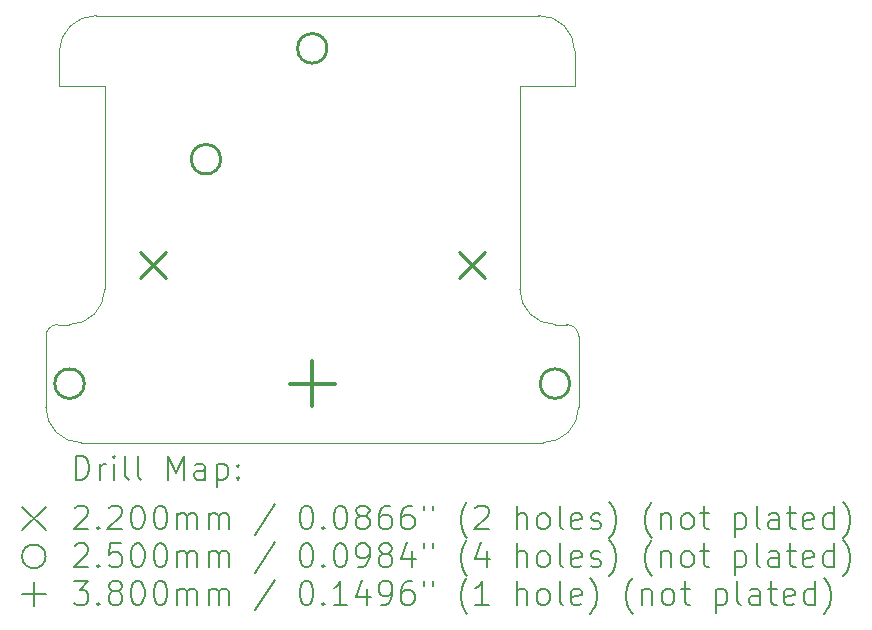
<source format=gbr>
%TF.GenerationSoftware,KiCad,Pcbnew,(6.0.11-0)*%
%TF.CreationDate,2023-11-06T17:50:55+10:00*%
%TF.ProjectId,GAUGE_Analog Instruments-12v,47415547-455f-4416-9e61-6c6f6720496e,rev?*%
%TF.SameCoordinates,Original*%
%TF.FileFunction,Drillmap*%
%TF.FilePolarity,Positive*%
%FSLAX45Y45*%
G04 Gerber Fmt 4.5, Leading zero omitted, Abs format (unit mm)*
G04 Created by KiCad (PCBNEW (6.0.11-0)) date 2023-11-06 17:50:55*
%MOMM*%
%LPD*%
G01*
G04 APERTURE LIST*
%ADD10C,0.050000*%
%ADD11C,0.200000*%
%ADD12C,0.220000*%
%ADD13C,0.250000*%
%ADD14C,0.380000*%
G04 APERTURE END LIST*
D10*
X16038428Y-11186795D02*
X19949125Y-11186795D01*
X19751552Y-8168457D02*
X19751552Y-9886795D01*
X19913274Y-7570545D02*
X16163304Y-7570545D01*
X20214382Y-7870607D02*
G75*
G03*
X19913274Y-7570545I-298622J1448D01*
G01*
X20214379Y-8168457D02*
X20214379Y-7870607D01*
X15738425Y-10886795D02*
G75*
G03*
X16038428Y-11186795I300005J5D01*
G01*
X15936002Y-10186795D02*
X15838428Y-10186795D01*
X19751552Y-8168457D02*
X20214379Y-8168457D01*
X19751555Y-9886795D02*
G75*
G03*
X20051552Y-10186795I299995J-5D01*
G01*
X16163304Y-7570542D02*
G75*
G03*
X15851551Y-7870545I-4J-311978D01*
G01*
X15738428Y-10886795D02*
X15738428Y-10286733D01*
X15851551Y-8168457D02*
X15851551Y-7870545D01*
X16236551Y-8168457D02*
X16236551Y-9886795D01*
X15838428Y-10186798D02*
G75*
G03*
X15738428Y-10286733I2J-100002D01*
G01*
X19949125Y-11186795D02*
G75*
G03*
X20249125Y-10886795I-5J300005D01*
G01*
X20051552Y-10186795D02*
X20149125Y-10186795D01*
X16236551Y-8168457D02*
X15851551Y-8168457D01*
X15936002Y-10186791D02*
G75*
G03*
X16236551Y-9886795I558J299991D01*
G01*
X20249135Y-10286795D02*
G75*
G03*
X20149125Y-10186795I-100005J-5D01*
G01*
X20249125Y-10886795D02*
X20249125Y-10286795D01*
D11*
D12*
X16533780Y-9576800D02*
X16753780Y-9796800D01*
X16753780Y-9576800D02*
X16533780Y-9796800D01*
X19233780Y-9576800D02*
X19453780Y-9796800D01*
X19453780Y-9576800D02*
X19233780Y-9796800D01*
D13*
X16063430Y-10686800D02*
G75*
G03*
X16063430Y-10686800I-125000J0D01*
G01*
X17218780Y-8786800D02*
G75*
G03*
X17218780Y-8786800I-125000J0D01*
G01*
X18118780Y-7848460D02*
G75*
G03*
X18118780Y-7848460I-125000J0D01*
G01*
X20174130Y-10686800D02*
G75*
G03*
X20174130Y-10686800I-125000J0D01*
G01*
D14*
X17993780Y-10496800D02*
X17993780Y-10876800D01*
X17803780Y-10686800D02*
X18183780Y-10686800D01*
D11*
X15993547Y-11499771D02*
X15993547Y-11299771D01*
X16041166Y-11299771D01*
X16069738Y-11309295D01*
X16088785Y-11328343D01*
X16098309Y-11347390D01*
X16107833Y-11385485D01*
X16107833Y-11414057D01*
X16098309Y-11452152D01*
X16088785Y-11471200D01*
X16069738Y-11490247D01*
X16041166Y-11499771D01*
X15993547Y-11499771D01*
X16193547Y-11499771D02*
X16193547Y-11366438D01*
X16193547Y-11404533D02*
X16203071Y-11385485D01*
X16212595Y-11375962D01*
X16231642Y-11366438D01*
X16250690Y-11366438D01*
X16317357Y-11499771D02*
X16317357Y-11366438D01*
X16317357Y-11299771D02*
X16307833Y-11309295D01*
X16317357Y-11318819D01*
X16326880Y-11309295D01*
X16317357Y-11299771D01*
X16317357Y-11318819D01*
X16441166Y-11499771D02*
X16422118Y-11490247D01*
X16412595Y-11471200D01*
X16412595Y-11299771D01*
X16545928Y-11499771D02*
X16526880Y-11490247D01*
X16517357Y-11471200D01*
X16517357Y-11299771D01*
X16774499Y-11499771D02*
X16774499Y-11299771D01*
X16841166Y-11442628D01*
X16907833Y-11299771D01*
X16907833Y-11499771D01*
X17088785Y-11499771D02*
X17088785Y-11395009D01*
X17079261Y-11375962D01*
X17060214Y-11366438D01*
X17022119Y-11366438D01*
X17003071Y-11375962D01*
X17088785Y-11490247D02*
X17069738Y-11499771D01*
X17022119Y-11499771D01*
X17003071Y-11490247D01*
X16993547Y-11471200D01*
X16993547Y-11452152D01*
X17003071Y-11433105D01*
X17022119Y-11423581D01*
X17069738Y-11423581D01*
X17088785Y-11414057D01*
X17184023Y-11366438D02*
X17184023Y-11566438D01*
X17184023Y-11375962D02*
X17203071Y-11366438D01*
X17241166Y-11366438D01*
X17260214Y-11375962D01*
X17269738Y-11385485D01*
X17279261Y-11404533D01*
X17279261Y-11461676D01*
X17269738Y-11480724D01*
X17260214Y-11490247D01*
X17241166Y-11499771D01*
X17203071Y-11499771D01*
X17184023Y-11490247D01*
X17364976Y-11480724D02*
X17374500Y-11490247D01*
X17364976Y-11499771D01*
X17355452Y-11490247D01*
X17364976Y-11480724D01*
X17364976Y-11499771D01*
X17364976Y-11375962D02*
X17374500Y-11385485D01*
X17364976Y-11395009D01*
X17355452Y-11385485D01*
X17364976Y-11375962D01*
X17364976Y-11395009D01*
X15535928Y-11729295D02*
X15735928Y-11929295D01*
X15735928Y-11729295D02*
X15535928Y-11929295D01*
X15984023Y-11738819D02*
X15993547Y-11729295D01*
X16012595Y-11719771D01*
X16060214Y-11719771D01*
X16079261Y-11729295D01*
X16088785Y-11738819D01*
X16098309Y-11757866D01*
X16098309Y-11776914D01*
X16088785Y-11805485D01*
X15974499Y-11919771D01*
X16098309Y-11919771D01*
X16184023Y-11900724D02*
X16193547Y-11910247D01*
X16184023Y-11919771D01*
X16174499Y-11910247D01*
X16184023Y-11900724D01*
X16184023Y-11919771D01*
X16269738Y-11738819D02*
X16279261Y-11729295D01*
X16298309Y-11719771D01*
X16345928Y-11719771D01*
X16364976Y-11729295D01*
X16374499Y-11738819D01*
X16384023Y-11757866D01*
X16384023Y-11776914D01*
X16374499Y-11805485D01*
X16260214Y-11919771D01*
X16384023Y-11919771D01*
X16507833Y-11719771D02*
X16526880Y-11719771D01*
X16545928Y-11729295D01*
X16555452Y-11738819D01*
X16564976Y-11757866D01*
X16574499Y-11795962D01*
X16574499Y-11843581D01*
X16564976Y-11881676D01*
X16555452Y-11900724D01*
X16545928Y-11910247D01*
X16526880Y-11919771D01*
X16507833Y-11919771D01*
X16488785Y-11910247D01*
X16479261Y-11900724D01*
X16469738Y-11881676D01*
X16460214Y-11843581D01*
X16460214Y-11795962D01*
X16469738Y-11757866D01*
X16479261Y-11738819D01*
X16488785Y-11729295D01*
X16507833Y-11719771D01*
X16698309Y-11719771D02*
X16717357Y-11719771D01*
X16736404Y-11729295D01*
X16745928Y-11738819D01*
X16755452Y-11757866D01*
X16764976Y-11795962D01*
X16764976Y-11843581D01*
X16755452Y-11881676D01*
X16745928Y-11900724D01*
X16736404Y-11910247D01*
X16717357Y-11919771D01*
X16698309Y-11919771D01*
X16679261Y-11910247D01*
X16669738Y-11900724D01*
X16660214Y-11881676D01*
X16650690Y-11843581D01*
X16650690Y-11795962D01*
X16660214Y-11757866D01*
X16669738Y-11738819D01*
X16679261Y-11729295D01*
X16698309Y-11719771D01*
X16850690Y-11919771D02*
X16850690Y-11786438D01*
X16850690Y-11805485D02*
X16860214Y-11795962D01*
X16879261Y-11786438D01*
X16907833Y-11786438D01*
X16926880Y-11795962D01*
X16936404Y-11815009D01*
X16936404Y-11919771D01*
X16936404Y-11815009D02*
X16945928Y-11795962D01*
X16964976Y-11786438D01*
X16993547Y-11786438D01*
X17012595Y-11795962D01*
X17022119Y-11815009D01*
X17022119Y-11919771D01*
X17117357Y-11919771D02*
X17117357Y-11786438D01*
X17117357Y-11805485D02*
X17126880Y-11795962D01*
X17145928Y-11786438D01*
X17174500Y-11786438D01*
X17193547Y-11795962D01*
X17203071Y-11815009D01*
X17203071Y-11919771D01*
X17203071Y-11815009D02*
X17212595Y-11795962D01*
X17231642Y-11786438D01*
X17260214Y-11786438D01*
X17279261Y-11795962D01*
X17288785Y-11815009D01*
X17288785Y-11919771D01*
X17679261Y-11710247D02*
X17507833Y-11967390D01*
X17936404Y-11719771D02*
X17955452Y-11719771D01*
X17974500Y-11729295D01*
X17984023Y-11738819D01*
X17993547Y-11757866D01*
X18003071Y-11795962D01*
X18003071Y-11843581D01*
X17993547Y-11881676D01*
X17984023Y-11900724D01*
X17974500Y-11910247D01*
X17955452Y-11919771D01*
X17936404Y-11919771D01*
X17917357Y-11910247D01*
X17907833Y-11900724D01*
X17898309Y-11881676D01*
X17888785Y-11843581D01*
X17888785Y-11795962D01*
X17898309Y-11757866D01*
X17907833Y-11738819D01*
X17917357Y-11729295D01*
X17936404Y-11719771D01*
X18088785Y-11900724D02*
X18098309Y-11910247D01*
X18088785Y-11919771D01*
X18079261Y-11910247D01*
X18088785Y-11900724D01*
X18088785Y-11919771D01*
X18222119Y-11719771D02*
X18241166Y-11719771D01*
X18260214Y-11729295D01*
X18269738Y-11738819D01*
X18279261Y-11757866D01*
X18288785Y-11795962D01*
X18288785Y-11843581D01*
X18279261Y-11881676D01*
X18269738Y-11900724D01*
X18260214Y-11910247D01*
X18241166Y-11919771D01*
X18222119Y-11919771D01*
X18203071Y-11910247D01*
X18193547Y-11900724D01*
X18184023Y-11881676D01*
X18174500Y-11843581D01*
X18174500Y-11795962D01*
X18184023Y-11757866D01*
X18193547Y-11738819D01*
X18203071Y-11729295D01*
X18222119Y-11719771D01*
X18403071Y-11805485D02*
X18384023Y-11795962D01*
X18374500Y-11786438D01*
X18364976Y-11767390D01*
X18364976Y-11757866D01*
X18374500Y-11738819D01*
X18384023Y-11729295D01*
X18403071Y-11719771D01*
X18441166Y-11719771D01*
X18460214Y-11729295D01*
X18469738Y-11738819D01*
X18479261Y-11757866D01*
X18479261Y-11767390D01*
X18469738Y-11786438D01*
X18460214Y-11795962D01*
X18441166Y-11805485D01*
X18403071Y-11805485D01*
X18384023Y-11815009D01*
X18374500Y-11824533D01*
X18364976Y-11843581D01*
X18364976Y-11881676D01*
X18374500Y-11900724D01*
X18384023Y-11910247D01*
X18403071Y-11919771D01*
X18441166Y-11919771D01*
X18460214Y-11910247D01*
X18469738Y-11900724D01*
X18479261Y-11881676D01*
X18479261Y-11843581D01*
X18469738Y-11824533D01*
X18460214Y-11815009D01*
X18441166Y-11805485D01*
X18650690Y-11719771D02*
X18612595Y-11719771D01*
X18593547Y-11729295D01*
X18584023Y-11738819D01*
X18564976Y-11767390D01*
X18555452Y-11805485D01*
X18555452Y-11881676D01*
X18564976Y-11900724D01*
X18574500Y-11910247D01*
X18593547Y-11919771D01*
X18631642Y-11919771D01*
X18650690Y-11910247D01*
X18660214Y-11900724D01*
X18669738Y-11881676D01*
X18669738Y-11834057D01*
X18660214Y-11815009D01*
X18650690Y-11805485D01*
X18631642Y-11795962D01*
X18593547Y-11795962D01*
X18574500Y-11805485D01*
X18564976Y-11815009D01*
X18555452Y-11834057D01*
X18841166Y-11719771D02*
X18803071Y-11719771D01*
X18784023Y-11729295D01*
X18774500Y-11738819D01*
X18755452Y-11767390D01*
X18745928Y-11805485D01*
X18745928Y-11881676D01*
X18755452Y-11900724D01*
X18764976Y-11910247D01*
X18784023Y-11919771D01*
X18822119Y-11919771D01*
X18841166Y-11910247D01*
X18850690Y-11900724D01*
X18860214Y-11881676D01*
X18860214Y-11834057D01*
X18850690Y-11815009D01*
X18841166Y-11805485D01*
X18822119Y-11795962D01*
X18784023Y-11795962D01*
X18764976Y-11805485D01*
X18755452Y-11815009D01*
X18745928Y-11834057D01*
X18936404Y-11719771D02*
X18936404Y-11757866D01*
X19012595Y-11719771D02*
X19012595Y-11757866D01*
X19307833Y-11995962D02*
X19298309Y-11986438D01*
X19279261Y-11957866D01*
X19269738Y-11938819D01*
X19260214Y-11910247D01*
X19250690Y-11862628D01*
X19250690Y-11824533D01*
X19260214Y-11776914D01*
X19269738Y-11748343D01*
X19279261Y-11729295D01*
X19298309Y-11700724D01*
X19307833Y-11691200D01*
X19374500Y-11738819D02*
X19384023Y-11729295D01*
X19403071Y-11719771D01*
X19450690Y-11719771D01*
X19469738Y-11729295D01*
X19479261Y-11738819D01*
X19488785Y-11757866D01*
X19488785Y-11776914D01*
X19479261Y-11805485D01*
X19364976Y-11919771D01*
X19488785Y-11919771D01*
X19726880Y-11919771D02*
X19726880Y-11719771D01*
X19812595Y-11919771D02*
X19812595Y-11815009D01*
X19803071Y-11795962D01*
X19784023Y-11786438D01*
X19755452Y-11786438D01*
X19736404Y-11795962D01*
X19726880Y-11805485D01*
X19936404Y-11919771D02*
X19917357Y-11910247D01*
X19907833Y-11900724D01*
X19898309Y-11881676D01*
X19898309Y-11824533D01*
X19907833Y-11805485D01*
X19917357Y-11795962D01*
X19936404Y-11786438D01*
X19964976Y-11786438D01*
X19984023Y-11795962D01*
X19993547Y-11805485D01*
X20003071Y-11824533D01*
X20003071Y-11881676D01*
X19993547Y-11900724D01*
X19984023Y-11910247D01*
X19964976Y-11919771D01*
X19936404Y-11919771D01*
X20117357Y-11919771D02*
X20098309Y-11910247D01*
X20088785Y-11891200D01*
X20088785Y-11719771D01*
X20269738Y-11910247D02*
X20250690Y-11919771D01*
X20212595Y-11919771D01*
X20193547Y-11910247D01*
X20184023Y-11891200D01*
X20184023Y-11815009D01*
X20193547Y-11795962D01*
X20212595Y-11786438D01*
X20250690Y-11786438D01*
X20269738Y-11795962D01*
X20279261Y-11815009D01*
X20279261Y-11834057D01*
X20184023Y-11853105D01*
X20355452Y-11910247D02*
X20374500Y-11919771D01*
X20412595Y-11919771D01*
X20431642Y-11910247D01*
X20441166Y-11891200D01*
X20441166Y-11881676D01*
X20431642Y-11862628D01*
X20412595Y-11853105D01*
X20384023Y-11853105D01*
X20364976Y-11843581D01*
X20355452Y-11824533D01*
X20355452Y-11815009D01*
X20364976Y-11795962D01*
X20384023Y-11786438D01*
X20412595Y-11786438D01*
X20431642Y-11795962D01*
X20507833Y-11995962D02*
X20517357Y-11986438D01*
X20536404Y-11957866D01*
X20545928Y-11938819D01*
X20555452Y-11910247D01*
X20564976Y-11862628D01*
X20564976Y-11824533D01*
X20555452Y-11776914D01*
X20545928Y-11748343D01*
X20536404Y-11729295D01*
X20517357Y-11700724D01*
X20507833Y-11691200D01*
X20869738Y-11995962D02*
X20860214Y-11986438D01*
X20841166Y-11957866D01*
X20831642Y-11938819D01*
X20822119Y-11910247D01*
X20812595Y-11862628D01*
X20812595Y-11824533D01*
X20822119Y-11776914D01*
X20831642Y-11748343D01*
X20841166Y-11729295D01*
X20860214Y-11700724D01*
X20869738Y-11691200D01*
X20945928Y-11786438D02*
X20945928Y-11919771D01*
X20945928Y-11805485D02*
X20955452Y-11795962D01*
X20974500Y-11786438D01*
X21003071Y-11786438D01*
X21022119Y-11795962D01*
X21031642Y-11815009D01*
X21031642Y-11919771D01*
X21155452Y-11919771D02*
X21136404Y-11910247D01*
X21126880Y-11900724D01*
X21117357Y-11881676D01*
X21117357Y-11824533D01*
X21126880Y-11805485D01*
X21136404Y-11795962D01*
X21155452Y-11786438D01*
X21184023Y-11786438D01*
X21203071Y-11795962D01*
X21212595Y-11805485D01*
X21222119Y-11824533D01*
X21222119Y-11881676D01*
X21212595Y-11900724D01*
X21203071Y-11910247D01*
X21184023Y-11919771D01*
X21155452Y-11919771D01*
X21279261Y-11786438D02*
X21355452Y-11786438D01*
X21307833Y-11719771D02*
X21307833Y-11891200D01*
X21317357Y-11910247D01*
X21336404Y-11919771D01*
X21355452Y-11919771D01*
X21574500Y-11786438D02*
X21574500Y-11986438D01*
X21574500Y-11795962D02*
X21593547Y-11786438D01*
X21631642Y-11786438D01*
X21650690Y-11795962D01*
X21660214Y-11805485D01*
X21669738Y-11824533D01*
X21669738Y-11881676D01*
X21660214Y-11900724D01*
X21650690Y-11910247D01*
X21631642Y-11919771D01*
X21593547Y-11919771D01*
X21574500Y-11910247D01*
X21784023Y-11919771D02*
X21764976Y-11910247D01*
X21755452Y-11891200D01*
X21755452Y-11719771D01*
X21945928Y-11919771D02*
X21945928Y-11815009D01*
X21936404Y-11795962D01*
X21917357Y-11786438D01*
X21879261Y-11786438D01*
X21860214Y-11795962D01*
X21945928Y-11910247D02*
X21926880Y-11919771D01*
X21879261Y-11919771D01*
X21860214Y-11910247D01*
X21850690Y-11891200D01*
X21850690Y-11872152D01*
X21860214Y-11853105D01*
X21879261Y-11843581D01*
X21926880Y-11843581D01*
X21945928Y-11834057D01*
X22012595Y-11786438D02*
X22088785Y-11786438D01*
X22041166Y-11719771D02*
X22041166Y-11891200D01*
X22050690Y-11910247D01*
X22069738Y-11919771D01*
X22088785Y-11919771D01*
X22231642Y-11910247D02*
X22212595Y-11919771D01*
X22174500Y-11919771D01*
X22155452Y-11910247D01*
X22145928Y-11891200D01*
X22145928Y-11815009D01*
X22155452Y-11795962D01*
X22174500Y-11786438D01*
X22212595Y-11786438D01*
X22231642Y-11795962D01*
X22241166Y-11815009D01*
X22241166Y-11834057D01*
X22145928Y-11853105D01*
X22412595Y-11919771D02*
X22412595Y-11719771D01*
X22412595Y-11910247D02*
X22393547Y-11919771D01*
X22355452Y-11919771D01*
X22336404Y-11910247D01*
X22326880Y-11900724D01*
X22317357Y-11881676D01*
X22317357Y-11824533D01*
X22326880Y-11805485D01*
X22336404Y-11795962D01*
X22355452Y-11786438D01*
X22393547Y-11786438D01*
X22412595Y-11795962D01*
X22488785Y-11995962D02*
X22498309Y-11986438D01*
X22517357Y-11957866D01*
X22526880Y-11938819D01*
X22536404Y-11910247D01*
X22545928Y-11862628D01*
X22545928Y-11824533D01*
X22536404Y-11776914D01*
X22526880Y-11748343D01*
X22517357Y-11729295D01*
X22498309Y-11700724D01*
X22488785Y-11691200D01*
X15735928Y-12149295D02*
G75*
G03*
X15735928Y-12149295I-100000J0D01*
G01*
X15984023Y-12058819D02*
X15993547Y-12049295D01*
X16012595Y-12039771D01*
X16060214Y-12039771D01*
X16079261Y-12049295D01*
X16088785Y-12058819D01*
X16098309Y-12077866D01*
X16098309Y-12096914D01*
X16088785Y-12125485D01*
X15974499Y-12239771D01*
X16098309Y-12239771D01*
X16184023Y-12220724D02*
X16193547Y-12230247D01*
X16184023Y-12239771D01*
X16174499Y-12230247D01*
X16184023Y-12220724D01*
X16184023Y-12239771D01*
X16374499Y-12039771D02*
X16279261Y-12039771D01*
X16269738Y-12135009D01*
X16279261Y-12125485D01*
X16298309Y-12115962D01*
X16345928Y-12115962D01*
X16364976Y-12125485D01*
X16374499Y-12135009D01*
X16384023Y-12154057D01*
X16384023Y-12201676D01*
X16374499Y-12220724D01*
X16364976Y-12230247D01*
X16345928Y-12239771D01*
X16298309Y-12239771D01*
X16279261Y-12230247D01*
X16269738Y-12220724D01*
X16507833Y-12039771D02*
X16526880Y-12039771D01*
X16545928Y-12049295D01*
X16555452Y-12058819D01*
X16564976Y-12077866D01*
X16574499Y-12115962D01*
X16574499Y-12163581D01*
X16564976Y-12201676D01*
X16555452Y-12220724D01*
X16545928Y-12230247D01*
X16526880Y-12239771D01*
X16507833Y-12239771D01*
X16488785Y-12230247D01*
X16479261Y-12220724D01*
X16469738Y-12201676D01*
X16460214Y-12163581D01*
X16460214Y-12115962D01*
X16469738Y-12077866D01*
X16479261Y-12058819D01*
X16488785Y-12049295D01*
X16507833Y-12039771D01*
X16698309Y-12039771D02*
X16717357Y-12039771D01*
X16736404Y-12049295D01*
X16745928Y-12058819D01*
X16755452Y-12077866D01*
X16764976Y-12115962D01*
X16764976Y-12163581D01*
X16755452Y-12201676D01*
X16745928Y-12220724D01*
X16736404Y-12230247D01*
X16717357Y-12239771D01*
X16698309Y-12239771D01*
X16679261Y-12230247D01*
X16669738Y-12220724D01*
X16660214Y-12201676D01*
X16650690Y-12163581D01*
X16650690Y-12115962D01*
X16660214Y-12077866D01*
X16669738Y-12058819D01*
X16679261Y-12049295D01*
X16698309Y-12039771D01*
X16850690Y-12239771D02*
X16850690Y-12106438D01*
X16850690Y-12125485D02*
X16860214Y-12115962D01*
X16879261Y-12106438D01*
X16907833Y-12106438D01*
X16926880Y-12115962D01*
X16936404Y-12135009D01*
X16936404Y-12239771D01*
X16936404Y-12135009D02*
X16945928Y-12115962D01*
X16964976Y-12106438D01*
X16993547Y-12106438D01*
X17012595Y-12115962D01*
X17022119Y-12135009D01*
X17022119Y-12239771D01*
X17117357Y-12239771D02*
X17117357Y-12106438D01*
X17117357Y-12125485D02*
X17126880Y-12115962D01*
X17145928Y-12106438D01*
X17174500Y-12106438D01*
X17193547Y-12115962D01*
X17203071Y-12135009D01*
X17203071Y-12239771D01*
X17203071Y-12135009D02*
X17212595Y-12115962D01*
X17231642Y-12106438D01*
X17260214Y-12106438D01*
X17279261Y-12115962D01*
X17288785Y-12135009D01*
X17288785Y-12239771D01*
X17679261Y-12030247D02*
X17507833Y-12287390D01*
X17936404Y-12039771D02*
X17955452Y-12039771D01*
X17974500Y-12049295D01*
X17984023Y-12058819D01*
X17993547Y-12077866D01*
X18003071Y-12115962D01*
X18003071Y-12163581D01*
X17993547Y-12201676D01*
X17984023Y-12220724D01*
X17974500Y-12230247D01*
X17955452Y-12239771D01*
X17936404Y-12239771D01*
X17917357Y-12230247D01*
X17907833Y-12220724D01*
X17898309Y-12201676D01*
X17888785Y-12163581D01*
X17888785Y-12115962D01*
X17898309Y-12077866D01*
X17907833Y-12058819D01*
X17917357Y-12049295D01*
X17936404Y-12039771D01*
X18088785Y-12220724D02*
X18098309Y-12230247D01*
X18088785Y-12239771D01*
X18079261Y-12230247D01*
X18088785Y-12220724D01*
X18088785Y-12239771D01*
X18222119Y-12039771D02*
X18241166Y-12039771D01*
X18260214Y-12049295D01*
X18269738Y-12058819D01*
X18279261Y-12077866D01*
X18288785Y-12115962D01*
X18288785Y-12163581D01*
X18279261Y-12201676D01*
X18269738Y-12220724D01*
X18260214Y-12230247D01*
X18241166Y-12239771D01*
X18222119Y-12239771D01*
X18203071Y-12230247D01*
X18193547Y-12220724D01*
X18184023Y-12201676D01*
X18174500Y-12163581D01*
X18174500Y-12115962D01*
X18184023Y-12077866D01*
X18193547Y-12058819D01*
X18203071Y-12049295D01*
X18222119Y-12039771D01*
X18384023Y-12239771D02*
X18422119Y-12239771D01*
X18441166Y-12230247D01*
X18450690Y-12220724D01*
X18469738Y-12192152D01*
X18479261Y-12154057D01*
X18479261Y-12077866D01*
X18469738Y-12058819D01*
X18460214Y-12049295D01*
X18441166Y-12039771D01*
X18403071Y-12039771D01*
X18384023Y-12049295D01*
X18374500Y-12058819D01*
X18364976Y-12077866D01*
X18364976Y-12125485D01*
X18374500Y-12144533D01*
X18384023Y-12154057D01*
X18403071Y-12163581D01*
X18441166Y-12163581D01*
X18460214Y-12154057D01*
X18469738Y-12144533D01*
X18479261Y-12125485D01*
X18593547Y-12125485D02*
X18574500Y-12115962D01*
X18564976Y-12106438D01*
X18555452Y-12087390D01*
X18555452Y-12077866D01*
X18564976Y-12058819D01*
X18574500Y-12049295D01*
X18593547Y-12039771D01*
X18631642Y-12039771D01*
X18650690Y-12049295D01*
X18660214Y-12058819D01*
X18669738Y-12077866D01*
X18669738Y-12087390D01*
X18660214Y-12106438D01*
X18650690Y-12115962D01*
X18631642Y-12125485D01*
X18593547Y-12125485D01*
X18574500Y-12135009D01*
X18564976Y-12144533D01*
X18555452Y-12163581D01*
X18555452Y-12201676D01*
X18564976Y-12220724D01*
X18574500Y-12230247D01*
X18593547Y-12239771D01*
X18631642Y-12239771D01*
X18650690Y-12230247D01*
X18660214Y-12220724D01*
X18669738Y-12201676D01*
X18669738Y-12163581D01*
X18660214Y-12144533D01*
X18650690Y-12135009D01*
X18631642Y-12125485D01*
X18841166Y-12106438D02*
X18841166Y-12239771D01*
X18793547Y-12030247D02*
X18745928Y-12173105D01*
X18869738Y-12173105D01*
X18936404Y-12039771D02*
X18936404Y-12077866D01*
X19012595Y-12039771D02*
X19012595Y-12077866D01*
X19307833Y-12315962D02*
X19298309Y-12306438D01*
X19279261Y-12277866D01*
X19269738Y-12258819D01*
X19260214Y-12230247D01*
X19250690Y-12182628D01*
X19250690Y-12144533D01*
X19260214Y-12096914D01*
X19269738Y-12068343D01*
X19279261Y-12049295D01*
X19298309Y-12020724D01*
X19307833Y-12011200D01*
X19469738Y-12106438D02*
X19469738Y-12239771D01*
X19422119Y-12030247D02*
X19374500Y-12173105D01*
X19498309Y-12173105D01*
X19726880Y-12239771D02*
X19726880Y-12039771D01*
X19812595Y-12239771D02*
X19812595Y-12135009D01*
X19803071Y-12115962D01*
X19784023Y-12106438D01*
X19755452Y-12106438D01*
X19736404Y-12115962D01*
X19726880Y-12125485D01*
X19936404Y-12239771D02*
X19917357Y-12230247D01*
X19907833Y-12220724D01*
X19898309Y-12201676D01*
X19898309Y-12144533D01*
X19907833Y-12125485D01*
X19917357Y-12115962D01*
X19936404Y-12106438D01*
X19964976Y-12106438D01*
X19984023Y-12115962D01*
X19993547Y-12125485D01*
X20003071Y-12144533D01*
X20003071Y-12201676D01*
X19993547Y-12220724D01*
X19984023Y-12230247D01*
X19964976Y-12239771D01*
X19936404Y-12239771D01*
X20117357Y-12239771D02*
X20098309Y-12230247D01*
X20088785Y-12211200D01*
X20088785Y-12039771D01*
X20269738Y-12230247D02*
X20250690Y-12239771D01*
X20212595Y-12239771D01*
X20193547Y-12230247D01*
X20184023Y-12211200D01*
X20184023Y-12135009D01*
X20193547Y-12115962D01*
X20212595Y-12106438D01*
X20250690Y-12106438D01*
X20269738Y-12115962D01*
X20279261Y-12135009D01*
X20279261Y-12154057D01*
X20184023Y-12173105D01*
X20355452Y-12230247D02*
X20374500Y-12239771D01*
X20412595Y-12239771D01*
X20431642Y-12230247D01*
X20441166Y-12211200D01*
X20441166Y-12201676D01*
X20431642Y-12182628D01*
X20412595Y-12173105D01*
X20384023Y-12173105D01*
X20364976Y-12163581D01*
X20355452Y-12144533D01*
X20355452Y-12135009D01*
X20364976Y-12115962D01*
X20384023Y-12106438D01*
X20412595Y-12106438D01*
X20431642Y-12115962D01*
X20507833Y-12315962D02*
X20517357Y-12306438D01*
X20536404Y-12277866D01*
X20545928Y-12258819D01*
X20555452Y-12230247D01*
X20564976Y-12182628D01*
X20564976Y-12144533D01*
X20555452Y-12096914D01*
X20545928Y-12068343D01*
X20536404Y-12049295D01*
X20517357Y-12020724D01*
X20507833Y-12011200D01*
X20869738Y-12315962D02*
X20860214Y-12306438D01*
X20841166Y-12277866D01*
X20831642Y-12258819D01*
X20822119Y-12230247D01*
X20812595Y-12182628D01*
X20812595Y-12144533D01*
X20822119Y-12096914D01*
X20831642Y-12068343D01*
X20841166Y-12049295D01*
X20860214Y-12020724D01*
X20869738Y-12011200D01*
X20945928Y-12106438D02*
X20945928Y-12239771D01*
X20945928Y-12125485D02*
X20955452Y-12115962D01*
X20974500Y-12106438D01*
X21003071Y-12106438D01*
X21022119Y-12115962D01*
X21031642Y-12135009D01*
X21031642Y-12239771D01*
X21155452Y-12239771D02*
X21136404Y-12230247D01*
X21126880Y-12220724D01*
X21117357Y-12201676D01*
X21117357Y-12144533D01*
X21126880Y-12125485D01*
X21136404Y-12115962D01*
X21155452Y-12106438D01*
X21184023Y-12106438D01*
X21203071Y-12115962D01*
X21212595Y-12125485D01*
X21222119Y-12144533D01*
X21222119Y-12201676D01*
X21212595Y-12220724D01*
X21203071Y-12230247D01*
X21184023Y-12239771D01*
X21155452Y-12239771D01*
X21279261Y-12106438D02*
X21355452Y-12106438D01*
X21307833Y-12039771D02*
X21307833Y-12211200D01*
X21317357Y-12230247D01*
X21336404Y-12239771D01*
X21355452Y-12239771D01*
X21574500Y-12106438D02*
X21574500Y-12306438D01*
X21574500Y-12115962D02*
X21593547Y-12106438D01*
X21631642Y-12106438D01*
X21650690Y-12115962D01*
X21660214Y-12125485D01*
X21669738Y-12144533D01*
X21669738Y-12201676D01*
X21660214Y-12220724D01*
X21650690Y-12230247D01*
X21631642Y-12239771D01*
X21593547Y-12239771D01*
X21574500Y-12230247D01*
X21784023Y-12239771D02*
X21764976Y-12230247D01*
X21755452Y-12211200D01*
X21755452Y-12039771D01*
X21945928Y-12239771D02*
X21945928Y-12135009D01*
X21936404Y-12115962D01*
X21917357Y-12106438D01*
X21879261Y-12106438D01*
X21860214Y-12115962D01*
X21945928Y-12230247D02*
X21926880Y-12239771D01*
X21879261Y-12239771D01*
X21860214Y-12230247D01*
X21850690Y-12211200D01*
X21850690Y-12192152D01*
X21860214Y-12173105D01*
X21879261Y-12163581D01*
X21926880Y-12163581D01*
X21945928Y-12154057D01*
X22012595Y-12106438D02*
X22088785Y-12106438D01*
X22041166Y-12039771D02*
X22041166Y-12211200D01*
X22050690Y-12230247D01*
X22069738Y-12239771D01*
X22088785Y-12239771D01*
X22231642Y-12230247D02*
X22212595Y-12239771D01*
X22174500Y-12239771D01*
X22155452Y-12230247D01*
X22145928Y-12211200D01*
X22145928Y-12135009D01*
X22155452Y-12115962D01*
X22174500Y-12106438D01*
X22212595Y-12106438D01*
X22231642Y-12115962D01*
X22241166Y-12135009D01*
X22241166Y-12154057D01*
X22145928Y-12173105D01*
X22412595Y-12239771D02*
X22412595Y-12039771D01*
X22412595Y-12230247D02*
X22393547Y-12239771D01*
X22355452Y-12239771D01*
X22336404Y-12230247D01*
X22326880Y-12220724D01*
X22317357Y-12201676D01*
X22317357Y-12144533D01*
X22326880Y-12125485D01*
X22336404Y-12115962D01*
X22355452Y-12106438D01*
X22393547Y-12106438D01*
X22412595Y-12115962D01*
X22488785Y-12315962D02*
X22498309Y-12306438D01*
X22517357Y-12277866D01*
X22526880Y-12258819D01*
X22536404Y-12230247D01*
X22545928Y-12182628D01*
X22545928Y-12144533D01*
X22536404Y-12096914D01*
X22526880Y-12068343D01*
X22517357Y-12049295D01*
X22498309Y-12020724D01*
X22488785Y-12011200D01*
X15635928Y-12369295D02*
X15635928Y-12569295D01*
X15535928Y-12469295D02*
X15735928Y-12469295D01*
X15974499Y-12359771D02*
X16098309Y-12359771D01*
X16031642Y-12435962D01*
X16060214Y-12435962D01*
X16079261Y-12445485D01*
X16088785Y-12455009D01*
X16098309Y-12474057D01*
X16098309Y-12521676D01*
X16088785Y-12540724D01*
X16079261Y-12550247D01*
X16060214Y-12559771D01*
X16003071Y-12559771D01*
X15984023Y-12550247D01*
X15974499Y-12540724D01*
X16184023Y-12540724D02*
X16193547Y-12550247D01*
X16184023Y-12559771D01*
X16174499Y-12550247D01*
X16184023Y-12540724D01*
X16184023Y-12559771D01*
X16307833Y-12445485D02*
X16288785Y-12435962D01*
X16279261Y-12426438D01*
X16269738Y-12407390D01*
X16269738Y-12397866D01*
X16279261Y-12378819D01*
X16288785Y-12369295D01*
X16307833Y-12359771D01*
X16345928Y-12359771D01*
X16364976Y-12369295D01*
X16374499Y-12378819D01*
X16384023Y-12397866D01*
X16384023Y-12407390D01*
X16374499Y-12426438D01*
X16364976Y-12435962D01*
X16345928Y-12445485D01*
X16307833Y-12445485D01*
X16288785Y-12455009D01*
X16279261Y-12464533D01*
X16269738Y-12483581D01*
X16269738Y-12521676D01*
X16279261Y-12540724D01*
X16288785Y-12550247D01*
X16307833Y-12559771D01*
X16345928Y-12559771D01*
X16364976Y-12550247D01*
X16374499Y-12540724D01*
X16384023Y-12521676D01*
X16384023Y-12483581D01*
X16374499Y-12464533D01*
X16364976Y-12455009D01*
X16345928Y-12445485D01*
X16507833Y-12359771D02*
X16526880Y-12359771D01*
X16545928Y-12369295D01*
X16555452Y-12378819D01*
X16564976Y-12397866D01*
X16574499Y-12435962D01*
X16574499Y-12483581D01*
X16564976Y-12521676D01*
X16555452Y-12540724D01*
X16545928Y-12550247D01*
X16526880Y-12559771D01*
X16507833Y-12559771D01*
X16488785Y-12550247D01*
X16479261Y-12540724D01*
X16469738Y-12521676D01*
X16460214Y-12483581D01*
X16460214Y-12435962D01*
X16469738Y-12397866D01*
X16479261Y-12378819D01*
X16488785Y-12369295D01*
X16507833Y-12359771D01*
X16698309Y-12359771D02*
X16717357Y-12359771D01*
X16736404Y-12369295D01*
X16745928Y-12378819D01*
X16755452Y-12397866D01*
X16764976Y-12435962D01*
X16764976Y-12483581D01*
X16755452Y-12521676D01*
X16745928Y-12540724D01*
X16736404Y-12550247D01*
X16717357Y-12559771D01*
X16698309Y-12559771D01*
X16679261Y-12550247D01*
X16669738Y-12540724D01*
X16660214Y-12521676D01*
X16650690Y-12483581D01*
X16650690Y-12435962D01*
X16660214Y-12397866D01*
X16669738Y-12378819D01*
X16679261Y-12369295D01*
X16698309Y-12359771D01*
X16850690Y-12559771D02*
X16850690Y-12426438D01*
X16850690Y-12445485D02*
X16860214Y-12435962D01*
X16879261Y-12426438D01*
X16907833Y-12426438D01*
X16926880Y-12435962D01*
X16936404Y-12455009D01*
X16936404Y-12559771D01*
X16936404Y-12455009D02*
X16945928Y-12435962D01*
X16964976Y-12426438D01*
X16993547Y-12426438D01*
X17012595Y-12435962D01*
X17022119Y-12455009D01*
X17022119Y-12559771D01*
X17117357Y-12559771D02*
X17117357Y-12426438D01*
X17117357Y-12445485D02*
X17126880Y-12435962D01*
X17145928Y-12426438D01*
X17174500Y-12426438D01*
X17193547Y-12435962D01*
X17203071Y-12455009D01*
X17203071Y-12559771D01*
X17203071Y-12455009D02*
X17212595Y-12435962D01*
X17231642Y-12426438D01*
X17260214Y-12426438D01*
X17279261Y-12435962D01*
X17288785Y-12455009D01*
X17288785Y-12559771D01*
X17679261Y-12350247D02*
X17507833Y-12607390D01*
X17936404Y-12359771D02*
X17955452Y-12359771D01*
X17974500Y-12369295D01*
X17984023Y-12378819D01*
X17993547Y-12397866D01*
X18003071Y-12435962D01*
X18003071Y-12483581D01*
X17993547Y-12521676D01*
X17984023Y-12540724D01*
X17974500Y-12550247D01*
X17955452Y-12559771D01*
X17936404Y-12559771D01*
X17917357Y-12550247D01*
X17907833Y-12540724D01*
X17898309Y-12521676D01*
X17888785Y-12483581D01*
X17888785Y-12435962D01*
X17898309Y-12397866D01*
X17907833Y-12378819D01*
X17917357Y-12369295D01*
X17936404Y-12359771D01*
X18088785Y-12540724D02*
X18098309Y-12550247D01*
X18088785Y-12559771D01*
X18079261Y-12550247D01*
X18088785Y-12540724D01*
X18088785Y-12559771D01*
X18288785Y-12559771D02*
X18174500Y-12559771D01*
X18231642Y-12559771D02*
X18231642Y-12359771D01*
X18212595Y-12388343D01*
X18193547Y-12407390D01*
X18174500Y-12416914D01*
X18460214Y-12426438D02*
X18460214Y-12559771D01*
X18412595Y-12350247D02*
X18364976Y-12493105D01*
X18488785Y-12493105D01*
X18574500Y-12559771D02*
X18612595Y-12559771D01*
X18631642Y-12550247D01*
X18641166Y-12540724D01*
X18660214Y-12512152D01*
X18669738Y-12474057D01*
X18669738Y-12397866D01*
X18660214Y-12378819D01*
X18650690Y-12369295D01*
X18631642Y-12359771D01*
X18593547Y-12359771D01*
X18574500Y-12369295D01*
X18564976Y-12378819D01*
X18555452Y-12397866D01*
X18555452Y-12445485D01*
X18564976Y-12464533D01*
X18574500Y-12474057D01*
X18593547Y-12483581D01*
X18631642Y-12483581D01*
X18650690Y-12474057D01*
X18660214Y-12464533D01*
X18669738Y-12445485D01*
X18841166Y-12359771D02*
X18803071Y-12359771D01*
X18784023Y-12369295D01*
X18774500Y-12378819D01*
X18755452Y-12407390D01*
X18745928Y-12445485D01*
X18745928Y-12521676D01*
X18755452Y-12540724D01*
X18764976Y-12550247D01*
X18784023Y-12559771D01*
X18822119Y-12559771D01*
X18841166Y-12550247D01*
X18850690Y-12540724D01*
X18860214Y-12521676D01*
X18860214Y-12474057D01*
X18850690Y-12455009D01*
X18841166Y-12445485D01*
X18822119Y-12435962D01*
X18784023Y-12435962D01*
X18764976Y-12445485D01*
X18755452Y-12455009D01*
X18745928Y-12474057D01*
X18936404Y-12359771D02*
X18936404Y-12397866D01*
X19012595Y-12359771D02*
X19012595Y-12397866D01*
X19307833Y-12635962D02*
X19298309Y-12626438D01*
X19279261Y-12597866D01*
X19269738Y-12578819D01*
X19260214Y-12550247D01*
X19250690Y-12502628D01*
X19250690Y-12464533D01*
X19260214Y-12416914D01*
X19269738Y-12388343D01*
X19279261Y-12369295D01*
X19298309Y-12340724D01*
X19307833Y-12331200D01*
X19488785Y-12559771D02*
X19374500Y-12559771D01*
X19431642Y-12559771D02*
X19431642Y-12359771D01*
X19412595Y-12388343D01*
X19393547Y-12407390D01*
X19374500Y-12416914D01*
X19726880Y-12559771D02*
X19726880Y-12359771D01*
X19812595Y-12559771D02*
X19812595Y-12455009D01*
X19803071Y-12435962D01*
X19784023Y-12426438D01*
X19755452Y-12426438D01*
X19736404Y-12435962D01*
X19726880Y-12445485D01*
X19936404Y-12559771D02*
X19917357Y-12550247D01*
X19907833Y-12540724D01*
X19898309Y-12521676D01*
X19898309Y-12464533D01*
X19907833Y-12445485D01*
X19917357Y-12435962D01*
X19936404Y-12426438D01*
X19964976Y-12426438D01*
X19984023Y-12435962D01*
X19993547Y-12445485D01*
X20003071Y-12464533D01*
X20003071Y-12521676D01*
X19993547Y-12540724D01*
X19984023Y-12550247D01*
X19964976Y-12559771D01*
X19936404Y-12559771D01*
X20117357Y-12559771D02*
X20098309Y-12550247D01*
X20088785Y-12531200D01*
X20088785Y-12359771D01*
X20269738Y-12550247D02*
X20250690Y-12559771D01*
X20212595Y-12559771D01*
X20193547Y-12550247D01*
X20184023Y-12531200D01*
X20184023Y-12455009D01*
X20193547Y-12435962D01*
X20212595Y-12426438D01*
X20250690Y-12426438D01*
X20269738Y-12435962D01*
X20279261Y-12455009D01*
X20279261Y-12474057D01*
X20184023Y-12493105D01*
X20345928Y-12635962D02*
X20355452Y-12626438D01*
X20374500Y-12597866D01*
X20384023Y-12578819D01*
X20393547Y-12550247D01*
X20403071Y-12502628D01*
X20403071Y-12464533D01*
X20393547Y-12416914D01*
X20384023Y-12388343D01*
X20374500Y-12369295D01*
X20355452Y-12340724D01*
X20345928Y-12331200D01*
X20707833Y-12635962D02*
X20698309Y-12626438D01*
X20679261Y-12597866D01*
X20669738Y-12578819D01*
X20660214Y-12550247D01*
X20650690Y-12502628D01*
X20650690Y-12464533D01*
X20660214Y-12416914D01*
X20669738Y-12388343D01*
X20679261Y-12369295D01*
X20698309Y-12340724D01*
X20707833Y-12331200D01*
X20784023Y-12426438D02*
X20784023Y-12559771D01*
X20784023Y-12445485D02*
X20793547Y-12435962D01*
X20812595Y-12426438D01*
X20841166Y-12426438D01*
X20860214Y-12435962D01*
X20869738Y-12455009D01*
X20869738Y-12559771D01*
X20993547Y-12559771D02*
X20974500Y-12550247D01*
X20964976Y-12540724D01*
X20955452Y-12521676D01*
X20955452Y-12464533D01*
X20964976Y-12445485D01*
X20974500Y-12435962D01*
X20993547Y-12426438D01*
X21022119Y-12426438D01*
X21041166Y-12435962D01*
X21050690Y-12445485D01*
X21060214Y-12464533D01*
X21060214Y-12521676D01*
X21050690Y-12540724D01*
X21041166Y-12550247D01*
X21022119Y-12559771D01*
X20993547Y-12559771D01*
X21117357Y-12426438D02*
X21193547Y-12426438D01*
X21145928Y-12359771D02*
X21145928Y-12531200D01*
X21155452Y-12550247D01*
X21174500Y-12559771D01*
X21193547Y-12559771D01*
X21412595Y-12426438D02*
X21412595Y-12626438D01*
X21412595Y-12435962D02*
X21431642Y-12426438D01*
X21469738Y-12426438D01*
X21488785Y-12435962D01*
X21498309Y-12445485D01*
X21507833Y-12464533D01*
X21507833Y-12521676D01*
X21498309Y-12540724D01*
X21488785Y-12550247D01*
X21469738Y-12559771D01*
X21431642Y-12559771D01*
X21412595Y-12550247D01*
X21622119Y-12559771D02*
X21603071Y-12550247D01*
X21593547Y-12531200D01*
X21593547Y-12359771D01*
X21784023Y-12559771D02*
X21784023Y-12455009D01*
X21774500Y-12435962D01*
X21755452Y-12426438D01*
X21717357Y-12426438D01*
X21698309Y-12435962D01*
X21784023Y-12550247D02*
X21764976Y-12559771D01*
X21717357Y-12559771D01*
X21698309Y-12550247D01*
X21688785Y-12531200D01*
X21688785Y-12512152D01*
X21698309Y-12493105D01*
X21717357Y-12483581D01*
X21764976Y-12483581D01*
X21784023Y-12474057D01*
X21850690Y-12426438D02*
X21926880Y-12426438D01*
X21879261Y-12359771D02*
X21879261Y-12531200D01*
X21888785Y-12550247D01*
X21907833Y-12559771D01*
X21926880Y-12559771D01*
X22069738Y-12550247D02*
X22050690Y-12559771D01*
X22012595Y-12559771D01*
X21993547Y-12550247D01*
X21984023Y-12531200D01*
X21984023Y-12455009D01*
X21993547Y-12435962D01*
X22012595Y-12426438D01*
X22050690Y-12426438D01*
X22069738Y-12435962D01*
X22079261Y-12455009D01*
X22079261Y-12474057D01*
X21984023Y-12493105D01*
X22250690Y-12559771D02*
X22250690Y-12359771D01*
X22250690Y-12550247D02*
X22231642Y-12559771D01*
X22193547Y-12559771D01*
X22174500Y-12550247D01*
X22164976Y-12540724D01*
X22155452Y-12521676D01*
X22155452Y-12464533D01*
X22164976Y-12445485D01*
X22174500Y-12435962D01*
X22193547Y-12426438D01*
X22231642Y-12426438D01*
X22250690Y-12435962D01*
X22326880Y-12635962D02*
X22336404Y-12626438D01*
X22355452Y-12597866D01*
X22364976Y-12578819D01*
X22374499Y-12550247D01*
X22384023Y-12502628D01*
X22384023Y-12464533D01*
X22374499Y-12416914D01*
X22364976Y-12388343D01*
X22355452Y-12369295D01*
X22336404Y-12340724D01*
X22326880Y-12331200D01*
M02*

</source>
